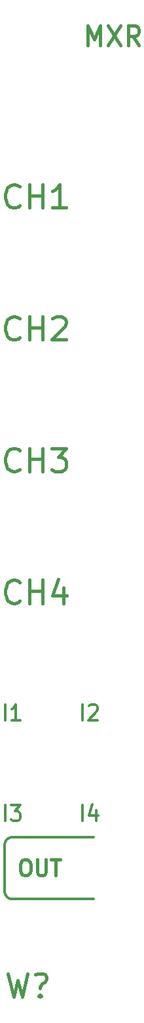
<source format=gbr>
%TF.GenerationSoftware,KiCad,Pcbnew,(6.0.9)*%
%TF.CreationDate,2023-01-29T17:10:54+01:00*%
%TF.ProjectId,mxr_face_plate,6d78725f-6661-4636-955f-706c6174652e,rev?*%
%TF.SameCoordinates,Original*%
%TF.FileFunction,Legend,Top*%
%TF.FilePolarity,Positive*%
%FSLAX46Y46*%
G04 Gerber Fmt 4.6, Leading zero omitted, Abs format (unit mm)*
G04 Created by KiCad (PCBNEW (6.0.9)) date 2023-01-29 17:10:54*
%MOMM*%
%LPD*%
G01*
G04 APERTURE LIST*
%ADD10C,0.300000*%
%ADD11C,0.450000*%
%ADD12C,0.400000*%
G04 APERTURE END LIST*
D10*
X42500000Y-142000000D02*
G75*
G03*
X41500000Y-143000000I0J-1000000D01*
G01*
X41500000Y-143000000D02*
X41500000Y-149000000D01*
X41500000Y-149000000D02*
G75*
G03*
X42500000Y-150000000I1000000J0D01*
G01*
X42500000Y-150000000D02*
X53000000Y-150000000D01*
X53000000Y-142000000D02*
X42500000Y-142000000D01*
D11*
%TO.C,H101*%
X43428571Y-60571428D02*
X43285714Y-60714285D01*
X42857142Y-60857142D01*
X42571428Y-60857142D01*
X42142857Y-60714285D01*
X41857142Y-60428571D01*
X41714285Y-60142857D01*
X41571428Y-59571428D01*
X41571428Y-59142857D01*
X41714285Y-58571428D01*
X41857142Y-58285714D01*
X42142857Y-58000000D01*
X42571428Y-57857142D01*
X42857142Y-57857142D01*
X43285714Y-58000000D01*
X43428571Y-58142857D01*
X44714285Y-60857142D02*
X44714285Y-57857142D01*
X44714285Y-59285714D02*
X46428571Y-59285714D01*
X46428571Y-60857142D02*
X46428571Y-57857142D01*
X49428571Y-60857142D02*
X47714285Y-60857142D01*
X48571428Y-60857142D02*
X48571428Y-57857142D01*
X48285714Y-58285714D01*
X48000000Y-58571428D01*
X47714285Y-58714285D01*
D10*
%TO.C,H107*%
X41547619Y-139904761D02*
X41547619Y-137904761D01*
X42309523Y-137904761D02*
X43547619Y-137904761D01*
X42880952Y-138666666D01*
X43166666Y-138666666D01*
X43357142Y-138761904D01*
X43452380Y-138857142D01*
X43547619Y-139047619D01*
X43547619Y-139523809D01*
X43452380Y-139714285D01*
X43357142Y-139809523D01*
X43166666Y-139904761D01*
X42595238Y-139904761D01*
X42404761Y-139809523D01*
X42309523Y-139714285D01*
%TO.C,H108*%
X51547619Y-139904761D02*
X51547619Y-137904761D01*
X53357142Y-138571428D02*
X53357142Y-139904761D01*
X52880952Y-137809523D02*
X52404761Y-139238095D01*
X53642857Y-139238095D01*
D12*
%TO.C,F1*%
X52226190Y-39880952D02*
X52226190Y-37380952D01*
X53059523Y-39166666D01*
X53892857Y-37380952D01*
X53892857Y-39880952D01*
X54845238Y-37380952D02*
X56511904Y-39880952D01*
X56511904Y-37380952D02*
X54845238Y-39880952D01*
X58892857Y-39880952D02*
X58059523Y-38690476D01*
X57464285Y-39880952D02*
X57464285Y-37380952D01*
X58416666Y-37380952D01*
X58654761Y-37500000D01*
X58773809Y-37619047D01*
X58892857Y-37857142D01*
X58892857Y-38214285D01*
X58773809Y-38452380D01*
X58654761Y-38571428D01*
X58416666Y-38690476D01*
X57464285Y-38690476D01*
D11*
X41928571Y-159607142D02*
X42642857Y-162607142D01*
X43214285Y-160464285D01*
X43785714Y-162607142D01*
X44500000Y-159607142D01*
X46071428Y-162321428D02*
X46214285Y-162464285D01*
X46071428Y-162607142D01*
X45928571Y-162464285D01*
X46071428Y-162321428D01*
X46071428Y-162607142D01*
X45500000Y-159750000D02*
X45785714Y-159607142D01*
X46500000Y-159607142D01*
X46785714Y-159750000D01*
X46928571Y-160035714D01*
X46928571Y-160321428D01*
X46785714Y-160607142D01*
X46642857Y-160750000D01*
X46357142Y-160892857D01*
X46214285Y-161035714D01*
X46071428Y-161321428D01*
X46071428Y-161464285D01*
D12*
%TO.C,H109*%
X44000000Y-144904761D02*
X44380952Y-144904761D01*
X44571428Y-145000000D01*
X44761904Y-145190476D01*
X44857142Y-145571428D01*
X44857142Y-146238095D01*
X44761904Y-146619047D01*
X44571428Y-146809523D01*
X44380952Y-146904761D01*
X44000000Y-146904761D01*
X43809523Y-146809523D01*
X43619047Y-146619047D01*
X43523809Y-146238095D01*
X43523809Y-145571428D01*
X43619047Y-145190476D01*
X43809523Y-145000000D01*
X44000000Y-144904761D01*
X45714285Y-144904761D02*
X45714285Y-146523809D01*
X45809523Y-146714285D01*
X45904761Y-146809523D01*
X46095238Y-146904761D01*
X46476190Y-146904761D01*
X46666666Y-146809523D01*
X46761904Y-146714285D01*
X46857142Y-146523809D01*
X46857142Y-144904761D01*
X47523809Y-144904761D02*
X48666666Y-144904761D01*
X48095238Y-146904761D02*
X48095238Y-144904761D01*
D10*
%TO.C,H105*%
X41547619Y-126904761D02*
X41547619Y-124904761D01*
X43547619Y-126904761D02*
X42404761Y-126904761D01*
X42976190Y-126904761D02*
X42976190Y-124904761D01*
X42785714Y-125190476D01*
X42595238Y-125380952D01*
X42404761Y-125476190D01*
%TO.C,H106*%
X51547619Y-126904761D02*
X51547619Y-124904761D01*
X52404761Y-125095238D02*
X52500000Y-125000000D01*
X52690476Y-124904761D01*
X53166666Y-124904761D01*
X53357142Y-125000000D01*
X53452380Y-125095238D01*
X53547619Y-125285714D01*
X53547619Y-125476190D01*
X53452380Y-125761904D01*
X52309523Y-126904761D01*
X53547619Y-126904761D01*
D11*
%TO.C,H103*%
X43428571Y-94571428D02*
X43285714Y-94714285D01*
X42857142Y-94857142D01*
X42571428Y-94857142D01*
X42142857Y-94714285D01*
X41857142Y-94428571D01*
X41714285Y-94142857D01*
X41571428Y-93571428D01*
X41571428Y-93142857D01*
X41714285Y-92571428D01*
X41857142Y-92285714D01*
X42142857Y-92000000D01*
X42571428Y-91857142D01*
X42857142Y-91857142D01*
X43285714Y-92000000D01*
X43428571Y-92142857D01*
X44714285Y-94857142D02*
X44714285Y-91857142D01*
X44714285Y-93285714D02*
X46428571Y-93285714D01*
X46428571Y-94857142D02*
X46428571Y-91857142D01*
X47571428Y-91857142D02*
X49428571Y-91857142D01*
X48428571Y-93000000D01*
X48857142Y-93000000D01*
X49142857Y-93142857D01*
X49285714Y-93285714D01*
X49428571Y-93571428D01*
X49428571Y-94285714D01*
X49285714Y-94571428D01*
X49142857Y-94714285D01*
X48857142Y-94857142D01*
X48000000Y-94857142D01*
X47714285Y-94714285D01*
X47571428Y-94571428D01*
%TO.C,H102*%
X43428571Y-77571428D02*
X43285714Y-77714285D01*
X42857142Y-77857142D01*
X42571428Y-77857142D01*
X42142857Y-77714285D01*
X41857142Y-77428571D01*
X41714285Y-77142857D01*
X41571428Y-76571428D01*
X41571428Y-76142857D01*
X41714285Y-75571428D01*
X41857142Y-75285714D01*
X42142857Y-75000000D01*
X42571428Y-74857142D01*
X42857142Y-74857142D01*
X43285714Y-75000000D01*
X43428571Y-75142857D01*
X44714285Y-77857142D02*
X44714285Y-74857142D01*
X44714285Y-76285714D02*
X46428571Y-76285714D01*
X46428571Y-77857142D02*
X46428571Y-74857142D01*
X47714285Y-75142857D02*
X47857142Y-75000000D01*
X48142857Y-74857142D01*
X48857142Y-74857142D01*
X49142857Y-75000000D01*
X49285714Y-75142857D01*
X49428571Y-75428571D01*
X49428571Y-75714285D01*
X49285714Y-76142857D01*
X47571428Y-77857142D01*
X49428571Y-77857142D01*
%TO.C,H104*%
X43428571Y-111571428D02*
X43285714Y-111714285D01*
X42857142Y-111857142D01*
X42571428Y-111857142D01*
X42142857Y-111714285D01*
X41857142Y-111428571D01*
X41714285Y-111142857D01*
X41571428Y-110571428D01*
X41571428Y-110142857D01*
X41714285Y-109571428D01*
X41857142Y-109285714D01*
X42142857Y-109000000D01*
X42571428Y-108857142D01*
X42857142Y-108857142D01*
X43285714Y-109000000D01*
X43428571Y-109142857D01*
X44714285Y-111857142D02*
X44714285Y-108857142D01*
X44714285Y-110285714D02*
X46428571Y-110285714D01*
X46428571Y-111857142D02*
X46428571Y-108857142D01*
X49142857Y-109857142D02*
X49142857Y-111857142D01*
X48428571Y-108714285D02*
X47714285Y-110857142D01*
X49571428Y-110857142D01*
%TD*%
M02*

</source>
